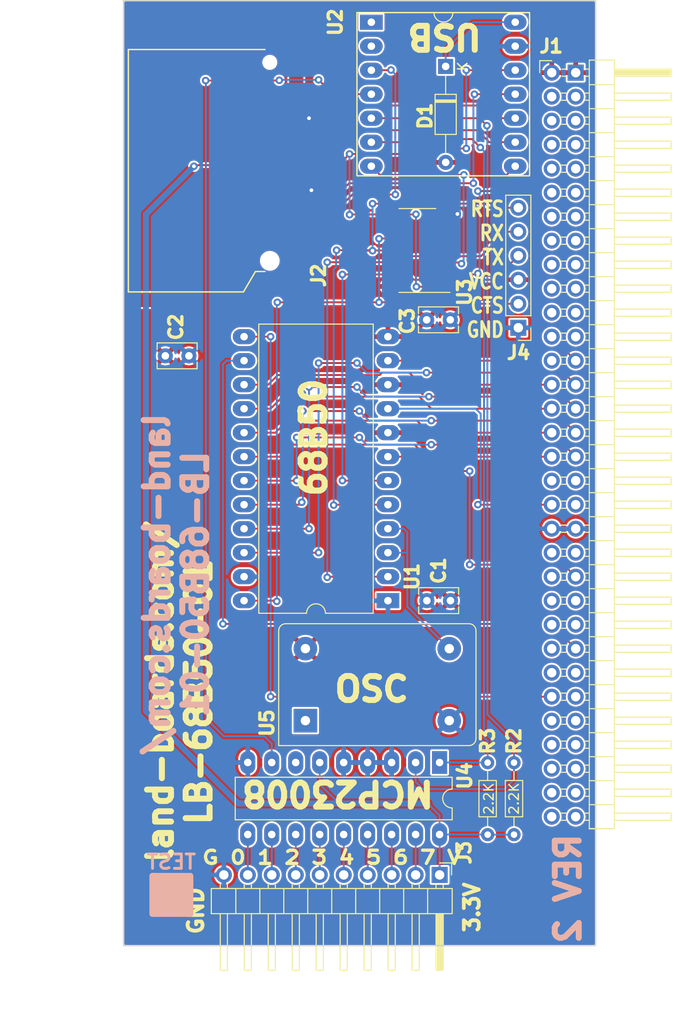
<source format=kicad_pcb>
(kicad_pcb (version 20240108) (generator "pcbnew") (generator_version "8.0")
  (title_block (title "LB-65C816-01") (date "2022-09-09") (rev "1") (company "land-boards.com"))
  (layers (0 "F.Cu" signal) (31 "B.Cu" signal) (34 "B.Paste" user) (35 "F.Paste" user) (36 "B.SilkS" user "B.Silkscreen") (37 "F.SilkS" user "F.Silkscreen") (38 "B.Mask" user) (39 "F.Mask" user) (44 "Edge.Cuts" user))
  (net 0 "")
  (net 1 "GND")
  (net 2 "/CPUA11")
  (net 3 "/CPUA12")
  (net 4 "/CPUA13")
  (net 5 "/CPUA14")
  (net 6 "/CPUA15")
  (net 7 "/CPUD4")
  (net 8 "/CPUD3")
  (net 9 "/CPUD5")
  (net 10 "/CPUD6")
  (net 11 "/CPUA0")
  (net 12 "/CPUA1")
  (net 13 "/CPUD2")
  (net 14 "/CPUA2")
  (net 15 "/CPUD7")
  (net 16 "/CPUA3")
  (net 17 "/CPUD0")
  (net 18 "/CPUA4")
  (net 19 "/CPUD1")
  (net 20 "/CPUA5")
  (net 21 "/CPUA6")
  (net 22 "/CPUA7")
  (net 23 "/CPUA8")
  (net 24 "/CPUA9")
  (net 25 "/CPUA10")
  (net 26 "/CPUA18")
  (net 27 "/CPUA16")
  (net 28 "/CPUA17")
  (net 29 "/CPUCLK")
  (net 30 "/CPUA22")
  (net 31 "/CPUA23")
  (net 32 "/CPUA20")
  (net 33 "/CPUA21")
  (net 34 "/CPUA19")
  (net 35 "VCC")
  (net 36 "/~{IORQ}")
  (net 37 "/~{CPURESB}")
  (net 38 "/VPA")
  (net 39 "/~{IRQB}")
  (net 40 "Net-(D1-K)")
  (net 50 "/VPB")
  (net 51 "/~{NMIB}")
  (net 52 "/~{ABORT}")
  (net 53 "/VDA")
  (net 54 "/RDY")
  (net 55 "/CPUE")
  (net 56 "/RWB")
  (net 57 "/MLB")
  (net 59 "/~{RAMCS}")
  (net 60 "/~{MEMRD}")
  (net 61 "/~{ROMCS}")
  (net 62 "/CPUMX")
  (net 67 "+3V3")
  (net 72 "Net-(U1-Rx_CLK)")
  (net 73 "/UART_TX")
  (net 74 "/UART_RTS")
  (net 75 "/UART_CTS")
  (net 76 "/QT_SS")
  (net 77 "/QT_SCK")
  (net 78 "/QT_MISO")
  (net 79 "/QT_MOSI")
  (net 80 "/~{IOCS}")
  (net 81 "/UART_RX")
  (net 82 "/SDA")
  (net 83 "/SCL")
  (net 84 "/INT")
  (net 85 "/IO7")
  (net 86 "/IO6")
  (net 87 "/IO5")
  (net 88 "/IO4")
  (net 89 "/IO3")
  (net 90 "/IO2")
  (net 91 "/IO1")
  (net 92 "/IO0")
  (net 93 "/UART_CTS_5")
  (net 94 "/UART_TX_5")
  (net 95 "/UART_RX_5")
  (net 96 "/UART_RTS_5")
  (footprint "LandBoards_Conns:PinHeader_2x32_P2.54mm_Horizontal-FLIPPED" (layer "F.Cu") (at 177.35 54.615)
    (property "Reference" "J1")
    (property "Value" "Conn_2x32_RtAng")
  )
  (footprint "Package_DIP:DIP-24_W15.24mm_LongPads" (layer "F.Cu") (at 160 110.495 180)
    (property "Reference" "U1")
    (property "Value" "MC68B50_FIXED")
  )
  (footprint "LandBoards_Marking:TEST_BLK-REAR" (layer "F.Cu") (at 137.0584 141.6304)
    (property "Reference" "TEST")
    (property "Value" "COUPON" (hide yes))
  )
  (footprint "LandBoards_Conns:SD_CARD" (layer "F.Cu") (at 147.4875 59.404 -90)
    (property "Reference" "J2")
    (property "Value" "SD_Card-Connector" (hide yes))
  )
  (footprint "Package_DIP:DIP-18_W7.62mm_LongPads" (layer "F.Cu") (at 165.471 127.62 -90)
    (property "Reference" "U4")
    (property "Value" "MCP23008P")
  )
  (footprint "LandBoards_BoardOutlines:QT_Py" (layer "F.Cu") (at 158.242 49.276)
    (property "Reference" "U2")
    (property "Value" "QT_Py")
  )
  (footprint "Capacitor_THT:C_Rect_L4.0mm_W2.5mm_P2.50mm" (layer "F.Cu") (at 164.124 110.49)
    (property "Reference" "C1")
    (property "Value" "0.1uF")
  )
  (footprint "Package_SO:SOIC-14_3.9x8.7mm_P1.27mm" (layer "F.Cu") (at 163.1188 73.4314 180)
    (property "Reference" "U3")
    (property "Value" "TXS0104")
  )
  (footprint "Capacitor_THT:C_Rect_L4.0mm_W2.5mm_P2.50mm" (layer "F.Cu") (at 138.918 84.582 180)
    (property "Reference" "C2")
    (property "Value" "0.1uF")
  )
  (footprint "Connector_PinHeader_2.54mm:PinHeader_1x06_P2.54mm_Vertical" (layer "F.Cu") (at 173.8122 81.6102 180)
    (property "Reference" "J4")
    (property "Value" "FTDI-MASTER-HDR")
  )
  (footprint "Diode_THT:D_DO-35_SOD27_P10.16mm_Horizontal" (layer "F.Cu") (at 166.116 53.9496 -90)
    (property "Reference" "D1")
    (property "Value" "D_Schottky")
  )
  (footprint "Resistor_THT:R_Axial_DIN0204_L3.6mm_D1.6mm_P7.62mm_Horizontal" (layer "F.Cu") (at 170.561 135.255 90)
    (property "Reference" "R3")
    (property "Value" "2.2K")
  )
  (footprint "Connector_PinHeader_2.54mm:PinHeader_1x10_P2.54mm_Horizontal" (layer "F.Cu") (at 165.476 139.516 -90)
    (property "Reference" "J3")
    (property "Value" "Conn_1x10_RtAngl")
  )
  (footprint "Oscillator:Oscillator_DIP-14_LargePads" (layer "F.Cu") (at 151.257 123.19)
    (property "Reference" "U5")
    (property "Value" "1.8432 MHz")
  )
  (footprint "Resistor_THT:R_Axial_DIN0204_L3.6mm_D1.6mm_P7.62mm_Horizontal" (layer "F.Cu") (at 173.355 135.255 90)
    (property "Reference" "R2")
    (property "Value" "2.2K")
  )
  (footprint "Capacitor_THT:C_Rect_L4.0mm_W2.5mm_P2.50mm" (layer "F.Cu") (at 166.604 80.772 180)
    (property "Reference" "C3")
    (property "Value" "0.1uF")
  )
  (gr_rect (start 132 47) (end 182 147) (stroke (width 0.15)) (fill none) (layer "Edge.Cuts"))
  (gr_text "land-boards.com/\nLB-68B50-01" (at 137.5664 108.7374 90) (layer "B.SilkS") (effects (font (size 2.54 2.54) (thickness 0.635)) (justify mirror)))
  (gr_text "REV 2" (at 179.07 140.97 90) (layer "B.SilkS") (effects (font (size 2.54 2.54) (thickness 0.635)) (justify mirror)))
  (gr_text "G 0 1 2 3 4 5 6 7 V" (at 154.051 137.668 0) (layer "F.SilkS") (effects (font (size 1.397 1.6764) (thickness 0.34925) (bold yes))))
  (gr_text "OSC" (at 158.2674 119.8626 0) (layer "F.SilkS") (effects (font (size 2.54 2.54) (thickness 0.635))))
  (gr_text "MCP23008" (at 154.686 130.8862 180) (layer "F.SilkS") (effects (font (size 2.54 2.54) (thickness 0.635))))
  (gr_text "3.3V" (at 168.91 142.9512 90) (layer "F.SilkS") (effects (font (size 1.5875 1.5875) (thickness 0.396875))))
  (gr_text "GND" (at 139.6492 143.3068 90) (layer "F.SilkS") (effects (font (size 1.5875 1.5875) (thickness 0.396875))))
  (gr_text "68B50" (at 152.146 93.218 90) (layer "F.SilkS") (effects (font (size 2.54 2.54) (thickness 0.635))))
  (gr_text "land-boards.com/\nLB-68B50-01" (at 137.922 120.142 90) (layer "F.SilkS") (effects (font (size 2.54 2.54) (thickness 0.635))))
  (gr_text "RTS\nRX\nTX\nVCC\nCTS\nGND" (at 172.4406 82.7532 0) (layer "F.SilkS") (effects (font (size 1.5875 1.27) (thickness 0.3) (bold yes)) (justify right bottom)))
  (gr_text "USB" (at 165.989 50.8 180) (layer "F.SilkS") (effects (font (size 2.54 2.54) (thickness 0.635))))
  (segment (start 151.74 66.904) (end 151.892 67.056) (width 0.2032) (layer "F.Cu") (net 1))
  (segment (start 151.606 59.404) (end 151.638 59.436) (width 0.2032) (layer "F.Cu") (net 1))
  (segment (start 167.3098 69.6214) (end 167.3606 69.5706) (width 0.2032) (layer "F.Cu") (net 1))
  (segment (start 165.5938 69.6214) (end 167.3098 69.6214) (width 0.2032) (layer "F.Cu") (net 1))
  (segment (start 150.2875 59.404) (end 151.606 59.404) (width 0.2032) (layer "F.Cu") (net 1))
  (segment (start 150.2875 66.904) (end 151.74 66.904) (width 0.2032) (layer "F.Cu") (net 1))
  (via (at 151.638 59.436) (size 0.8) (drill 0.4) (layers "F.Cu" "B.Cu") (net 1))
  (via (at 167.3606 69.5706) (size 0.8) (drill 0.4) (layers "F.Cu" "B.Cu") (net 1))
  (via (at 151.892 67.056) (size 0.8) (drill 0.4) (layers "F.Cu" "B.Cu") (net 1))
  (segment (start 162.814 93.98) (end 149.86 93.98) (width 0.2032) (layer "F.Cu") (net 7))
  (segment (start 149.86 93.98) (end 148.585 95.255) (width 0.2032) (layer "F.Cu") (net 7))
  (segment (start 148.585 95.255) (end 144.76 95.255) (width 0.2032) (layer "F.Cu") (net 7))
  (segment (start 164.089 95.255) (end 162.814 93.98) (width 0.2032) (layer "F.Cu") (net 7))
  (segment (start 177.35 95.255) (end 164.089 95.255) (width 0.2032) (layer "F.Cu") (net 7))
  (segment (start 179.89 95.255) (end 178.615 93.98) (width 0.2032) (layer "F.Cu") (net 8))
  (segment (start 156.972 93.218) (end 150.331 93.218) (width 0.2032) (layer "F.Cu") (net 8))
  (segment (start 150.331 97.79) (end 150.326 97.795) (width 0.2032) (layer "F.Cu") (net 8))
  (segment (start 150.326 97.795) (end 144.76 97.795) (width 0.2032) (layer "F.Cu") (net 8))
  (segment (start 178.615 93.98) (end 164.592 93.98) (width 0.2032) (layer "F.Cu") (net 8))
  (via (at 150.331 93.218) (size 0.8) (drill 0.4) (layers "F.Cu" "B.Cu") (net 8))
  (via (at 156.972 93.218) (size 0.8) (drill 0.4) (layers "F.Cu" "B.Cu") (net 8))
  (via (at 150.331 97.79) (size 0.8) (drill 0.4) (layers "F.Cu" "B.Cu") (net 8))
  (via (at 164.592 93.98) (size 0.8) (drill 0.4) (layers "F.Cu" "B.Cu") (net 8))
  (segment (start 150.331 93.218) (end 150.331 97.79) (width 0.2032) (layer "B.Cu") (net 8))
  (segment (start 157.734 93.98) (end 156.972 93.218) (width 0.2032) (layer "B.Cu") (net 8))
  (segment (start 164.592 93.98) (end 157.734 93.98) (width 0.2032) (layer "B.Cu") (net 8))
  (segment (start 144.76 92.715) (end 148.077 92.715) (width 0.2032) (layer "F.Cu") (net 9))
  (segment (start 163.068 91.44) (end 164.343 92.715) (width 0.2032) (layer "F.Cu") (net 9))
  (segment (start 164.343 92.715) (end 177.35 92.715) (width 0.2032) (layer "F.Cu") (net 9))
  (segment (start 148.077 92.715) (end 149.352 91.44) (width 0.2032) (layer "F.Cu") (net 9))
  (segment (start 149.352 91.44) (end 163.068 91.44) (width 0.2032) (layer "F.Cu") (net 9))
  (segment (start 163.322 88.9) (end 148.844 88.9) (width 0.2032) (layer "F.Cu") (net 10))
  (segment (start 177.35 90.175) (end 164.597 90.175) (width 0.2032) (layer "F.Cu") (net 10))
  (segment (start 147.569 90.175) (end 144.76 90.175) (width 0.2032) (layer "F.Cu") (net 10))
  (segment (start 164.597 90.175) (end 163.322 88.9) (width 0.2032) (layer "F.Cu") (net 10))
  (segment (start 148.844 88.9) (end 147.569 90.175) (width 0.2032) (layer "F.Cu") (net 10))
  (segment (start 174.3152 85.095) (end 175.5902 83.82) (width 0.2032) (layer "F.Cu") (net 11))
  (segment (start 160 85.095) (end 174.3152 85.095) (width 0.2032) (layer "F.Cu") (net 11))
  (segment (start 178.615 83.82) (end 179.89 85.095) (width 0.2032) (layer "F.Cu") (net 11))
  (segment (start 175.5902 83.82) (end 178.615 83.82) (width 0.2032) (layer "F.Cu") (net 11))
  (segment (start 179.89 92.715) (end 178.615 91.44) (width 0.2032) (layer "F.Cu") (net 13))
  (segment (start 178.615 91.44) (end 164.592 91.44) (width 0.2032) (layer "F.Cu") (net 13))
  (segment (start 150.617 100.335) (end 144.76 100.335) (width 0.2032) (layer "F.Cu") (net 13))
  (segment (start 156.972 90.424) (end 150.9845 90.424) (width 0.2032) (layer "F.Cu") (net 13))
  (segment (start 150.876 100.076) (end 150.617 100.335) (width 0.2032) (layer "F.Cu") (net 13))
  (via (at 150.9845 90.424) (size 0.8) (drill 0.4) (layers "F.Cu" "B.Cu") (net 13))
  (via (at 156.972 90.424) (size 0.8) (drill 0.4) (layers "F.Cu" "B.Cu") (net 13))
  (via (at 150.876 100.076) (size 0.8) (drill 0.4) (layers "F.Cu" "B.Cu") (net 13))
  (via (at 164.592 91.44) (size 0.8) (drill 0.4) (layers "F.Cu" "B.Cu") (net 13))
  (segment (start 150.9845 99.9675) (end 150.876 100.076) (width 0.2032) (layer "B.Cu") (net 13))
  (segment (start 157.988 91.44) (end 156.972 90.424) (width 0.2032) (layer "B.Cu") (net 13))
  (segment (start 150.9845 90.424) (end 150.9845 99.9675) (width 0.2032) (layer "B.Cu") (net 13))
  (segment (start 164.592 91.44) (end 157.988 91.44) (width 0.2032) (layer "B.Cu") (net 13))
  (segment (start 162.2552 86.36) (end 159.385098 86.36) (width 0.2032) (layer "F.Cu") (net 15))
  (segment (start 147.315 87.635) (end 144.76 87.635) (width 0.2032) (layer "F.Cu") (net 15))
  (segment (start 148.336 86.614) (end 147.315 87.635) (width 0.2032) (layer "F.Cu") (net 15))
  (segment (start 163.5302 87.635) (end 162.2552 86.36) (width 0.2032) (layer "F.Cu") (net 15))
  (segment (start 159.131098 86.614) (end 148.336 86.614) (width 0.2032) (layer "F.Cu") (net 15))
  (segment (start 159.385098 86.36) (end 159.131098 86.614) (width 0.2032) (layer "F.Cu") (net 15))
  (segment (start 177.35 87.635) (end 163.5302 87.635) (width 0.2032) (layer "F.Cu") (net 15))
  (segment (start 178.615 86.36) (end 164.084 86.36) (width 0.2032) (layer "F.Cu") (net 17))
  (segment (start 144.76 105.415) (end 152.649 105.415) (width 0.2032) (layer "F.Cu") (net 17))
  (segment (start 179.89 87.635) (end 178.615 86.36) (width 0.2032) (layer "F.Cu") (net 17))
  (segment (start 156.718 85.344) (end 152.654 85.344) (width 0.2032) (layer "F.Cu") (net 17))
  (segment (start 152.649 105.415) (end 152.654 105.41) (width 0.2032) (layer "F.Cu") (net 17))
  (via (at 156.718 85.344) (size 0.8) (drill 0.4) (layers "F.Cu" "B.Cu") (net 17))
  (via (at 152.654 105.41) (size 0.8) (drill 0.4) (layers "F.Cu" "B.Cu") (net 17))
  (via (at 164.084 86.36) (size 0.8) (drill 0.4) (layers "F.Cu" "B.Cu") (net 17))
  (via (at 152.654 85.344) (size 0.8) (drill 0.4) (layers "F.Cu" "B.Cu") (net 17))
  (segment (start 157.734 86.36) (end 156.718 85.344) (width 0.2032) (layer "B.Cu") (net 17))
  (segment (start 152.654 85.344) (end 152.654 105.41) (width 0.2032) (layer "B.Cu") (net 17))
  (segment (start 164.084 86.36) (end 157.734 86.36) (width 0.2032) (layer "B.Cu") (net 17))
  (segment (start 179.89 90.175) (end 178.615 88.9) (width 0.2032) (layer "F.Cu") (net 19))
  (segment (start 178.615 88.9) (end 164.338 88.9) (width 0.2032) (layer "F.Cu") (net 19))
  (segment (start 151.633 102.875) (end 151.638 102.87) (width 0.2032) (layer "F.Cu") (net 19))
  (segment (start 144.76 102.875) (end 151.633 102.875) (width 0.2032) (layer "F.Cu") (net 19))
  (segment (start 156.718 87.884) (end 151.638 87.884) (width 0.2032) (layer "F.Cu") (net 19))
  (via (at 151.638 87.884) (size 0.8) (drill 0.4) (layers "F.Cu" "B.Cu") (net 19))
  (via (at 164.338 88.9) (size 0.8) (drill 0.4) (layers "F.Cu" "B.Cu") (net 19))
  (via (at 151.638 102.87) (size 0.8) (drill 0.4) (layers "F.Cu" "B.Cu") (net 19))
  (via (at 156.718 87.884) (size 0.8) (drill 0.4) (layers "F.Cu" "B.Cu") (net 19))
  (segment (start 157.734 88.9) (end 156.718 87.884) (width 0.2032) (layer "B.Cu") (net 19))
  (segment (start 151.638 87.884) (end 151.638 102.87) (width 0.2032) (layer "B.Cu") (net 19))
  (segment (start 164.338 88.9) (end 157.734 88.9) (width 0.2032) (layer "B.Cu") (net 19))
  (segment (start 178.615 106.68) (end 179.89 107.955) (width 0.2032) (layer "F.Cu") (net 39))
  (segment (start 164.2364 96.774) (end 168.656 96.774) (width 0.2032) (layer "F.Cu") (net 39))
  (segment (start 178.615 106.68) (end 168.656 106.68) (width 0.2032) (layer "F.Cu") (net 39))
  (segment (start 160 95.255) (end 162.7174 95.255) (width 0.2032) (layer "F.Cu") (net 39))
  (segment (start 162.7174 95.255) (end 164.2364 96.774) (width 0.2032) (layer "F.Cu") (net 39))
  (via (at 168.656 106.68) (size 0.8) (drill 0.4) (layers "F.Cu" "B.Cu") (net 39))
  (via (at 168.656 96.774) (size 0.8) (drill 0.4) (layers "F.Cu" "B.Cu") (net 39))
  (segment (start 168.656 106.68) (end 168.656 96.774) (width 0.2032) (layer "B.Cu") (net 39))
  (segment (start 166.116 52.1462) (end 166.116 53.9496) (width 0.2032) (layer "B.Cu") (net 40))
  (segment (start 173.482 49.276) (end 168.9862 49.276) (width 0.2032) (layer "B.Cu") (net 40))
  (segment (start 168.9862 49.276) (end 166.116 52.1462) (width 0.2032) (layer "B.Cu") (net 40))
  (segment (start 178.615 114.3) (end 179.89 115.575) (width 0.2032) (layer "F.Cu") (net 53))
  (segment (start 142.5194 112.9538) (end 174.1932 112.9538) (width 0.2032) (layer "F.Cu") (net 53))
  (segment (start 174.1932 112.9538) (end 175.5394 114.3) (width 0.2032) (layer "F.Cu") (net 53))
  (segment (start 175.5394 114.3) (end 178.615 114.3) (width 0.2032) (layer "F.Cu") (net 53))
  (via (at 142.5194 112.9538) (size 0.8) (drill 0.4) (layers "F.Cu" "B.Cu") (net 53))
  (segment (start 142.5194 85.471) (end 142.5194 112.9538) (width 0.2032) (layer "B.Cu") (net 53))
  (segment (start 144.76 85.095) (end 142.8954 85.095) (width 0.2032) (layer "B.Cu") (net 53))
  (segment (start 142.8954 85.095) (end 142.5194 85.471) (width 0.2032) (layer "B.Cu") (net 53))
  (segment (start 147.574 82.55) (end 147.569 82.555) (width 0.2032) (layer "F.Cu") (net 56))
  (segment (start 177.35 120.655) (end 147.579 120.655) (width 0.2032) (layer "F.Cu") (net 56))
  (segment (start 147.579 120.655) (end 147.574 120.65) (width 0.2032) (layer "F.Cu") (net 56))
  (segment (start 147.569 82.555) (end 144.76 82.555) (width 0.2032) (layer "F.Cu") (net 56))
  (via (at 147.574 120.65) (size 0.8) (drill 0.4) (layers "F.Cu" "B.Cu") (net 56))
  (via (at 147.574 82.55) (size 0.8) (drill 0.4) (layers "F.Cu" "B.Cu") (net 56))
  (segment (start 147.574 120.65) (end 147.574 82.55) (width 0.2032) (layer "B.Cu") (net 56))
  (segment (start 150.2875 64.404) (end 154.7472 64.404) (width 0.2032) (layer "F.Cu") (net 67))
  (segment (start 160.6438 69.6214) (end 155.956 69.6214) (width 0.2032) (layer "F.Cu") (net 67))
  (segment (start 163.0172 77.2668) (end 165.5684 77.2668) (width 0.2032) (layer "F.Cu") (net 67))
  (segment (start 164.0586 63.2206) (end 164.6428 62.6364) (width 0.2032) (layer "F.Cu") (net 67))
  (segment (start 164.6428 62.6364) (end 168.3004 62.6364) (width 0.2032) (layer "F.Cu") (net 67))
  (segment (start 155.956 69.6214) (end 155.9306 69.6468) (width 0.2032) (layer "F.Cu") (net 67))
  (segment (start 168.3004 54.356) (end 173.482 54.356) (width 0.2032) (layer "F.Cu") (net 67))
  (segment (start 139.446 64.516) (end 139.558 64.404) (width 0.2032) (layer "F.Cu") (net 67))
  (segment (start 154.7472 64.404) (end 155.9306 63.2206) (width 0.2032) (layer "F.Cu") (net 67))
  (segment (start 160.6438 69.6214) (end 162.941 69.6214) (width 0.2032) (layer "F.Cu") (net 67))
  (segment (start 155.9306 63.2206) (end 164.0586 63.2206) (width 0.2032) (layer "F.Cu") (net 67))
  (segment (start 162.941 69.6214) (end 162.9664 69.596) (width 0.2032) (layer "F.Cu") (net 67))
  (segment (start 139.558 64.404) (end 150.2875 64.404) (width 0.2032) (layer "F.Cu") (net 67))
  (via (at 163.0172 77.2668) (size 0.8) (drill 0.4) (layers "F.Cu" "B.Cu") (net 67))
  (via (at 168.3004 54.356) (size 0.8) (drill 0.4) (layers "F.Cu" "B.Cu") (net 67))
  (via (at 155.9306 63.2206) (size 0.8) (drill 0.4) (layers "F.Cu" "B.Cu") (net 67))
  (via (at 168.3004 62.6364) (size 0.8) (drill 0.4) (layers "F.Cu" "B.Cu") (net 67))
  (via (at 155.9306 69.6468) (size 0.8) (drill 0.4) (layers "F.Cu" "B.Cu") (net 67))
  (via (at 139.446 64.516) (size 0.8) (drill 0.4) (layers "F.Cu" "B.Cu") (net 67))
  (via (at 162.9664 69.596) (size 0.8) (drill 0.4) (layers "F.Cu" "B.Cu") (net 67))
  (segment (start 168.3004 62.6364) (end 168.3004 54.356) (width 0.2032) (layer "B.Cu") (net 67))
  (segment (start 154.813 131.953) (end 164.211 131.953) (width 0.635) (layer "B.Cu") (net 67))
  (segment (start 165.471 135.24) (end 170.546 135.24) (width 0.2032) (layer "B.Cu") (net 67))
  (segment (start 164.211 131.953) (end 165.471 133.213) (width 0.2032) (layer "B.Cu") (net 67))
  (segment (start 165.476 139.516) (end 165.476 135.245) (width 0.2032) (layer "B.Cu") (net 67))
  (segment (start 173.355 135.255) (end 170.561 135.255) (width 0.2032) (layer "B.Cu") (net 67))
  (segment (start 162.9664 69.596) (end 162.9664 77.216) (width 0.2032) (layer "B.Cu") (net 67))
  (segment (start 152.771 129.911) (end 154.813 131.953) (width 0.2032) (layer "B.Cu") (net 67))
  (segment (start 134.366 69.596) (end 134.366 122.174) (width 0.635) (layer "B.Cu") (net 67))
  (segment (start 154.813 131.953) (end 144.272 131.953) (width 0.635) (layer "B.Cu") (net 67))
  (segment (start 152.771 127.62) (end 152.771 129.911) (width 0.2032) (layer "B.Cu") (net 67))
  (segment (start 155.9306 69.6468) (end 155.9306 63.2206) (width 0.2032) (layer "B.Cu") (net 67))
  (segment (start 162.9664 77.216) (end 163.0172 77.2668) (width 0.2032) (layer "B.Cu") (net 67))
  (segment (start 165.471 133.213) (end 165.471 135.24) (width 0.2032) (layer "B.Cu") (net 67))
  (segment (start 134.366 122.174) (end 144.145 131.953) (width 0.635) (layer "B.Cu") (net 67))
  (segment (start 139.446 64.516) (end 134.366 69.596) (width 0.635) (layer "B.Cu") (net 67))
  (segment (start 162.047 105.415) (end 162.047 111.12) (width 0.2032) (layer "B.Cu") (net 72))
  (segment (start 160 102.875) (end 161.666 102.875) (width 0.2032) (layer "B.Cu") (net 72))
  (segment (start 162.047 105.415) (end 160 105.415) (width 0.2032) (layer "B.Cu") (net 72))
  (segment (start 162.047 111.12) (end 166.497 115.57) (width 0.2032) (layer "B.Cu") (net 72))
  (segment (start 162.047 105.415) (end 162.047 103.256) (width 0.2032) (layer "B.Cu") (net 72))
  (segment (start 161.666 102.875) (end 162.047 103.256) (width 0.2032) (layer "B.Cu") (net 72))
  (segment (start 169.5265 67.146614) (end 170.851386 67.146614) (width 0.2032) (layer "F.Cu") (net 73))
  (segment (start 170.851386 67.146614) (end 173.482 64.516) (width 0.2032) (layer "F.Cu") (net 73))
  (segment (start 169.427 75.9714) (end 169.5265 75.8719) (width 0.2032) (layer "F.Cu") (net 73))
  (segment (start 165.5938 75.9714) (end 169.427 75.9714) (width 0.2032) (layer "F.Cu") (net 73))
  (via (at 169.5265 75.8719) (size 0.8) (drill 0.4) (layers "F.Cu" "B.Cu") (net 73))
  (via (at 169.5265 67.146614) (size 0.8) (drill 0.4) (layers "F.Cu" "B.Cu") (net 73))
  (segment (start 169.709511 75.688889) (end 169.709511 67.329625) (width 0.2032) (layer "B.Cu") (net 73))
  (segment (start 169.5265 75.8719) (end 169.709511 75.688889) (width 0.2032) (layer "B.Cu") (net 73))
  (segment (start 169.709511 67.329625) (end 169.5265 67.146614) (width 0.2032) (layer "B.Cu") (net 73))
  (segment (start 150.2875 71.904) (end 151.8412 71.904) (width 0.2032) (layer "F.Cu") (net 76))
  (segment (start 160.2486 54.3306) (end 160.274 54.356) (width 0.2032) (layer "F.Cu") (net 76))
  (segment (start 160.3248 54.3306) (end 160.2486 54.3306) (width 0.2032) (layer "F.Cu") (net 76))
  (segment (start 160.782 67.5132) (end 156.232 67.5132) (width 0.2032) (layer "F.Cu") (net 76))
  (segment (start 156.232 67.5132) (end 151.8412 71.904) (width 0.2032) (layer "F.Cu") (net 76))
  (segment (start 160.274 54.356) (end 158.242 54.356) (width 0.2032) (layer "F.Cu") (net 76))
  (via (at 160.3248 54.3306) (size 0.8) (drill 0.4) (layers "F.Cu" "B.Cu") (net 76))
  (via (at 160.782 67.5132) (size 0.8) (drill 0.4) (layers "F.Cu" "B.Cu") (net 76))
  (segment (start 160.782 54.7878) (end 160.782 67.5132) (width 0.2032) (layer "B.Cu") (net 76))
  (segment (start 160.3248 54.3306) (end 160.782 54.7878) (width 0.2032) (layer "B.Cu") (net 76))
  (segment (start 153.8436 61.904) (end 155.0416 60.706) (width 0.2032) (layer "F.Cu") (net 77))
  (segment (start 169.4688 60.706) (end 170.7388 61.976) (width 0.2032) (layer "F.Cu") (net 77))
  (segment (start 152.6905 61.904) (end 150.2875 61.904) (width 0.2032) (layer "F.Cu") (net 77))
  (segment (start 152.7625 61.976) (end 152.6905 61.904) (width 0.2032) (layer "F.Cu") (net 77))
  (segment (start 155.0416 60.706) (end 169.4688 60.706) (width 0.2032) (layer "F.Cu") (net 77))
  (segment (start 150.2875 61.904) (end 153.8436 61.904) (width 0.2032) (layer "F.Cu") (net 77))
  (segment (start 170.7388 61.976) (end 173.482 61.976) (width 0.2032) (layer "F.Cu") (net 77))
  (segment (start 171.1198 59.436) (end 173.482 59.436) (width 0.2032) (layer "F.Cu") (net 78))
  (segment (start 151.98 56.984) (end 153.0858 58.0898) (width 0.2032) (layer "F.Cu") (net 78))
  (segment (start 169.7736 58.0898) (end 171.1198 59.436) (width 0.2032) (layer "F.Cu") (net 78))
  (segment (start 153.0858 58.0898) (end 169.7736 58.0898) (width 0.2032) (layer "F.Cu") (net 78))
  (segment (start 150.2875 56.984) (end 151.98 56.984) (width 0.2032) (layer "F.Cu") (net 78))
  (segment (start 152.7952 69.404) (end 155.8798 66.3194) (width 0.2032) (layer "F.Cu") (net 79))
  (segment (start 169.164 56.896) (end 173.482 56.896) (width 0.2032) (layer "F.Cu") (net 79))
  (segment (start 155.8798 66.3194) (end 169.055511 66.3194) (width 0.2032) (layer "F.Cu") (net 79))
  (segment (start 150.2875 69.404) (end 152.7952 69.404) (width 0.2032) (layer "F.Cu") (net 79))
  (via (at 169.164 56.896) (size 0.8) (drill 0.4) (layers "F.Cu" "B.Cu") (net 79))
  (via (at 169.055511 66.3194) (size 0.8) (drill 0.4) (layers "F.Cu" "B.Cu") (net 79))
  (segment (start 169.055511 66.3194) (end 169.055511 57.004489) (width 0.2032) (layer "B.Cu") (net 79))
  (segment (start 169.055511 57.004489) (end 169.164 56.896) (width 0.2032) (layer "B.Cu") (net 79))
  (segment (start 169.5315 100.335) (end 169.5265 100.33) (width 0.2032) (layer "F.Cu") (net 80))
  (segment (start 177.35 100.335) (end 169.5315 100.335) (width 0.2032) (layer "F.Cu") (net 80))
  (via (at 169.5265 100.33) (size 0.8) (drill 0.4) (layers "F.Cu" "B.Cu") (net 80))
  (segment (start 169.82488 100.03162) (end 169.82488 90.70388) (width 0.2032) (layer "B.Cu") (net 80))
  (segment (start 169.286 90.175) (end 160 90.175) (width 0.2032) (layer "B.Cu") (net 80))
  (segment (start 169.82488 90.70388) (end 169.291 90.17) (width 0.2032) (layer "B.Cu") (net 80))
  (segment (start 169.291 90.17) (end 169.286 90.175) (width 0.2032) (layer "B.Cu") (net 80))
  (segment (start 169.5265 100.33) (end 169.82488 100.03162) (width 0.2032) (layer "B.Cu") (net 80))
  (segment (start 159.1564 65.4304) (end 158.242 64.516) (width 0.2032) (layer "F.Cu") (net 81))
  (segment (start 168.0464 65.4304) (end 159.1564 65.4304) (width 0.2032) (layer "F.Cu") (net 81))
  (segment (start 167.6654 74.7014) (end 167.7924 74.8284) (width 0.2032) (layer "F.Cu") (net 81))
  (segment (start 165.5938 74.7014) (end 167.6654 74.7014) (width 0.2032) (layer "F.Cu") (net 81))
  (via (at 167.7924 74.8284) (size 0.8) (drill 0.4) (layers "F.Cu" "B.Cu") (net 81))
  (via (at 168.0464 65.4304) (size 0.8) (drill 0.4) (layers "F.Cu" "B.Cu") (net 81))
  (segment (start 168.0146 74.6062) (end 168.0146 65.4622) (width 0.2032) (layer "B.Cu") (net 81))
  (segment (start 168.0146 65.4622) (end 168.0464 65.4304) (width 0.2032) (layer "B.Cu") (net 81))
  (segment (start 167.7924 74.8284) (end 168.0146 74.6062) (width 0.2032) (layer "B.Cu") (net 81))
  (segment (start 158.242 59.436) (end 169.6974 59.436) (width 0.2032) (layer "F.Cu") (net 82))
  (segment (start 169.6974 59.436) (end 170.4848 60.2234) (width 0.2032) (layer "F.Cu") (net 82))
  (via (at 170.4848 60.2234) (size 0.8) (drill 0.4) (layers "F.Cu" "B.Cu") (net 82))
  (segment (start 170.53512 60.27372) (end 170.4848 60.2234) (width 0.2032) (layer "B.Cu") (net 82))
  (segment (start 162.931 127.62) (end 162.931 129.657) (width 0.2032) (layer "B.Cu") (net 82))
  (segment (start 162.931 129.657) (end 163.703 130.429) (width 0.2032) (layer "B.Cu") (net 82))
  (segment (start 170.53512 122.52912) (end 173.355 125.349) (width 0.2032) (layer "B.Cu") (net 82))
  (segment (start 172.339 130.429) (end 173.355 129.413) (width 0.2032) (layer "B.Cu") (net 82))
  (segment (start 170.53512 122.52912) (end 170.53512 60.27372) (width 0.2032) (layer "B.Cu") (net 82))
  (segment (start 163.703 130.429) (end 172.339 130.429) (width 0.2032) (layer "B.Cu") (net 82))
  (segment (start 173.355 125.349) (end 173.355 127.635) (width 0.2032) (layer "B.Cu") (net 82))
  (segment (start 173.355 129.413) (end 173.355 127.635) (width 0.2032) (layer "B.Cu") (net 82))
  (segment (start 163.1442 61.6458) (end 162.814 61.976) (width 0.2032) (layer "F.Cu") (net 83))
  (segment (start 169.786702 62.532559) (end 168.899943 61.6458) (width 0.2032) (layer "F.Cu") (net 83))
  (segment (start 162.814 61.976) (end 158.242 61.976) (width 0.2032) (layer "F.Cu") (net 83))
  (segment (start 168.899943 61.6458) (end 163.1442 61.6458) (width 0.2032) (layer "F.Cu") (net 83))
  (via (at 169.786702 62.532559) (size 0.8) (drill 0.4) (layers "F.Cu" "B.Cu") (net 83))
  (segment (start 170.18 124.968) (end 170.18 62.925857) (width 0.2032) (layer "B.Cu") (net 83))
  (segment (start 170.561 125.349) (end 170.561 127.635) (width 0.2032) (layer "B.Cu") (net 83))
  (segment (start 165.471 127.62) (end 170.546 127.62) (width 0.2032) (layer "B.Cu") (net 83))
  (segment (start 170.18 62.925857) (end 169.786702 62.532559) (width 0.2032) (layer "B.Cu") (net 83))
  (segment (start 170.18 124.968) (end 170.561 125.349) (width 0.2032) (layer "B.Cu") (net 83))
  (segment (start 152.654 55.372) (end 154.178 56.896) (width 0.2032) (layer "F.Cu") (net 84))
  (segment (start 140.6906 55.4482) (end 148.463 55.4482) (width 0.2032) (layer "F.Cu") (net 84))
  (segment (start 154.178 56.896) (end 158.242 56.896) (width 0.2032) (layer "F.Cu") (net 84))
  (segment (start 148.463 55.4482) (end 148.4884 55.4228) (width 0.2032) (layer "F.Cu") (net 84))
  (via (at 140.6906 55.4482) (size 0.8) (drill 0.4) (layers "F.Cu" "B.Cu") (net 84))
  (via (at 148.4884 55.4228) (size 0.8) (drill 0.4) (layers "F.Cu" "B.Cu") (net 84))
  (via (at 152.654 55.372) (size 0.8) (drill 0.4) (layers "F.Cu" "B.Cu") (net 84))
  (segment (start 140.716 55.4736) (end 140.6906 55.4482) (width 0.2032) (layer "B.Cu") (net 84))
  (segment (start 146.919 124.841) (end 147.691 125.613) (width 0.2032) (layer "B.Cu") (net 84))
  (segment (start 148.4884 55.4228) (end 148.5392 55.372) (width 0.2032) (layer "B.Cu") (net 84))
  (segment (start 140.716 122.936) (end 142.621 124.841) (width 0.2032) (layer "B.Cu") (net 84))
  (segment (start 140.716 58.928) (end 140.716 55.4736) (width 0.2032) (layer "B.Cu") (net 84))
  (segment (start 147.691 127.62) (end 147.691 125.613) (width 0.2032) (layer "B.Cu") (net 84))
  (segment (start 140.716 122.936) (end 140.716 58.928) (width 0.2032) (layer "B.Cu") (net 84))
  (segment (start 146.919 124.841) (end 142.621 124.841) (width 0.2032) (layer "B.Cu") (net 84))
  (segment (start 148.4376 55.372) (end 148.4884 55.4228) (width 0.2032) (layer "B.Cu") (net 84))
  (segment (start 148.5392 55.372) (end 152.654 55.372) (width 0.2032) (layer "B.Cu") (net 84))
  (segment (start 162.936 139.516) (end 162.936 135.245) (width 0.2032) (layer "B.Cu") (net 85))
  (segment (start 160.396 139.516) (end 160.396 135.245) (width 0.2032) (layer "B.Cu") (net 86))
  (segment (start 157.856 139.516) (end 157.856 135.245) (width 0.2032) (layer "B.Cu") (net 87))
  (segment (start 155.316 139.516) (end 155.316 135.245) (width 0.2032) (layer "B.Cu") (net 88))
  (segment (start 152.776 139.516) (end 152.776 135.245) (width 0.2032) (layer "B.Cu") (net 89))
  (segment (start 150.236 139.516) (end 150.236 135.245) (width 0.2032) (layer "B.Cu") (net 90))
  (segment (start 147.696 139.516) (end 147.696 135.245) (width 0.2032) (layer "B.Cu") (net 91))
  (segment (start 145.156 139.516) (end 145.156 135.245) (width 0.2032) (layer "B.Cu") (net 92))
  (segment (start 166.4462 78.9178) (end 166.5986 79.0702) (width 0.2032) (layer "F.Cu") (net 93))
  (segment (start 159.0802 72.1614) (end 159.0548 72.1868) (width 0.2032) (layer "F.Cu") (net 93))
  (segment (start 148.2852 78.9178) (end 159.0548 78.9178) (width 0.2032) (layer "F.Cu") (net 93))
  (segment (start 144.76 110.495) (end 148.1563 110.495) (width 0.2032) (layer "F.Cu") (net 93))
  (segment (start 159.0548 78.9178) (end 166.4462 78.9178) (width 0.2032) (layer "F.Cu") (net 93))
  (segment (start 166.5986 79.0702) (end 173.8122 79.0702) (width 0.2032) (layer "F.Cu") (net 93))
  (segment (start 160.6438 72.1614) (end 159.0802 72.1614) (width 0.2032) (layer "F.Cu") (net 93))
  (segment (start 148.1563 110.495) (end 148.2275 110.5662) (width 0.2032) (layer "F.Cu") (net 93))
  (via (at 148.2275 110.5662) (size 0.8) (drill 0.4) (layers "F.Cu" "B.Cu") (net 93))
  (via (at 159.0548 72.1868) (size 0.8) (drill 0.4) (layers "F.Cu" "B.Cu") (net 93))
  (via (at 159.0548 78.9178) (size 0.8) (drill 0.4) (layers "F.Cu" "B.Cu") (net 93))
  (via (at 148.2852 78.9178) (size 0.8) (drill 0.4) (layers "F.Cu" "B.Cu") (net 93))
  (segment (start 159.0548 72.1868) (end 159.0548 78.9178) (width 0.2032) (layer "B.Cu") (net 93))
  (segment (start 148.2275 78.9755) (end 148.2852 78.9178) (width 0.2032) (layer "B.Cu") (net 93))
  (segment (start 148.2275 110.5662) (end 148.2275 78.9755) (width 0.2032) (layer "B.Cu") (net 93))
  (segment (start 155.1805 97.795) (end 155.1755 97.79) (width 0.2032) (layer "F.Cu") (net 94))
  (segment (start 160 97.795) (end 155.1805 97.795) (width 0.2032) (layer "F.Cu") (net 94))
  (segment (start 162.733 76.5254) (end 171.277 76.5254) (width 0.2032) (layer "F.Cu") (net 94))
  (segment (start 155.1755 75.9714) (end 160.6438 75.9714) (width 0.2032) (layer "F.Cu") (net 94))
  (segment (start 160.6438 75.9714) (end 162.179 75.9714) (width 0.2032) (layer "F.Cu") (net 94))
  (segment (start 162.179 75.9714) (end 162.733 76.5254) (width 0.2032) (layer "F.Cu") (net 94))
  (segment (start 171.277 76.5254) (end 173.8122 73.9902) (width 0.2032) (layer "F.Cu") (net 94))
  (via (at 155.1755 97.79) (size 0.8) (drill 0.4) (layers "F.Cu" "B.Cu") (net 94))
  (via (at 155.1755 75.9714) (size 0.8) (drill 0.4) (layers "F.Cu" "B.Cu") (net 94))
  (segment (start 155.1755 97.79) (end 155.1755 75.9714) (width 0.2032) (layer "B.Cu") (net 94))
  (segment (start 161.3042 74.041) (end 169.8498 74.041) (width 0.2032) (layer "F.Cu") (net 95))
  (segment (start 160 107.955) (end 153.6396 107.955) (width 0.2032) (layer "F.Cu") (net 95))
  (segment (start 169.8498 74.041) (end 172.4406 71.4502) (width 0.2032) (layer "F.Cu") (net 95))
  (segment (start 153.5684 74.676) (end 160.6184 74.676) (width 0.2032) (layer "F.Cu") (net 95))
  (segment (start 153.6396 107.955) (end 153.5684 108.0262) (width 0.2032) (layer "F.Cu") (net 95))
  (segment (start 160.6438 74.7014) (end 161.3042 74.041) (width 0.2032) (layer "F.Cu") (net 95))
  (segment (start 172.4406 71.4502) (end 173.8122 71.4502) (width 0.2032) (layer "F.Cu") (net 95))
  (via (at 153.5684 108.0262) (size 0.8) (drill 0.4) (layers "F.Cu" "B.Cu") (net 95))
  (via (at 153.5684 74.676) (size 0.8) (drill 0.4) (layers "F.Cu" "B.Cu") (net 95))
  (segment (start 153.5684 108.0262) (end 153.5684 74.676) (width 0.2032) (layer "B.Cu") (net 95))
  (segment (start 155.829 100.3046) (end 155.8594 100.335) (width 0.2032) (layer "F.Cu") (net 96))
  (segment (start 160 100.335) (end 154.3 100.335) (width 0.2032) (layer "F.Cu") (net 96))
  (segment (start 160.6438 73.4314) (end 158.3944 73.4314) (width 0.2032) (layer "F.Cu") (net 96))
  (segment (start 158.369 68.4784) (end 170.307 68.4784) (width 0.2032) (layer "F.Cu") (net 96))
  (segment (start 154.559 73.406) (end 158.3182 73.406) (width 0.2032) (layer "F.Cu") (net 96))
  (segment (start 154.3 100.335) (end 154.2542 100.3808) (width 0.2032) (layer "F.Cu") (net 96))
  (segment (start 155.8594 100.335) (end 160 100.335) (width 0.2032) (layer "F.Cu") (net 96))
  (segment (start 158.3182 73.406) (end 158.369 73.4568) (width 0.2032) (layer "F.Cu") (net 96))
  (segment (start 158.369 73.4568) (end 155.9052 73.4568) (width 0.2032) (layer "F.Cu") (net 96))
  (segment (start 170.7388 68.9102) (end 173.8122 68.9102) (width 0.2032) (layer "F.Cu") (net 96))
  (segment (start 155.9052 73.4568) (end 155.829 73.3806) (width 0.2032) (layer "F.Cu") (net 96))
  (segment (start 170.307 68.4784) (end 170.7388 68.9102) (width 0.2032) (layer "F.Cu") (net 96))
  (segment (start 158.3944 73.4314) (end 158.369 73.4568) (width 0.2032) (layer "F.Cu") (net 96))
  (via (at 154.559 73.406) (size 0.8) (drill 0.4) (layers "F.Cu" "B.Cu") (net 96))
  (via (at 154.2542 100.3808) (size 0.8) (drill 0.4) (layers "F.Cu" "B.Cu") (net 96))
  (via (at 158.369 73.4568) (size 0.8) (drill 0.4) (layers "F.Cu" "B.Cu") (net 96))
  (via (at 158.369 68.4784) (size 0.8) (drill 0.4) (layers "F.Cu" "B.Cu") (net 96))
  (segment (start 154.5082 73.4568) (end 154.559 73.406) (width 0.2032) (layer "B.Cu") (net 96))
  (segment (start 154.2542 100.3808) (end 154.2542 75.438) (width 0.2032) (layer "B.Cu") (net 96))
  (segment (start 158.369 73.4568) (end 158.369 68.4784) (width 0.2032) (layer "B.Cu") (net 96))
  (segment (start 154.5082 75.184) (end 154.5082 73.4568) (width 0.2032) (layer "B.Cu") (net 96))
  (segment (start 154.2542 75.438) (end 154.5082 75.184) (width 0.2032) (layer "B.Cu") (net 96))
  (zone (net 35) (net_name "VCC") (layer "F.Cu") (connect_pads (clearance 0.2032)) (min_thickness 0.254) (fill yes (thermal_gap 0.508) (thermal_bridge_width 0.508))
    (polygon (pts (xy 182.245 147.11) (xy 132.08 147.11) (xy 132.08 46.99) (xy 182.245 46.99)))
  )
  (zone (net 1) (net_name "GND") (layer "B.Cu") (connect_pads (clearance 0.2032)) (min_thickness 0.254) (fill yes (thermal_gap 0.508) (thermal_bridge_width 0.508))
    (polygon (pts (xy 182.245 147.11) (xy 132.08 147.11) (xy 132.08 46.99) (xy 182.245 46.99)))
  )
)
</source>
